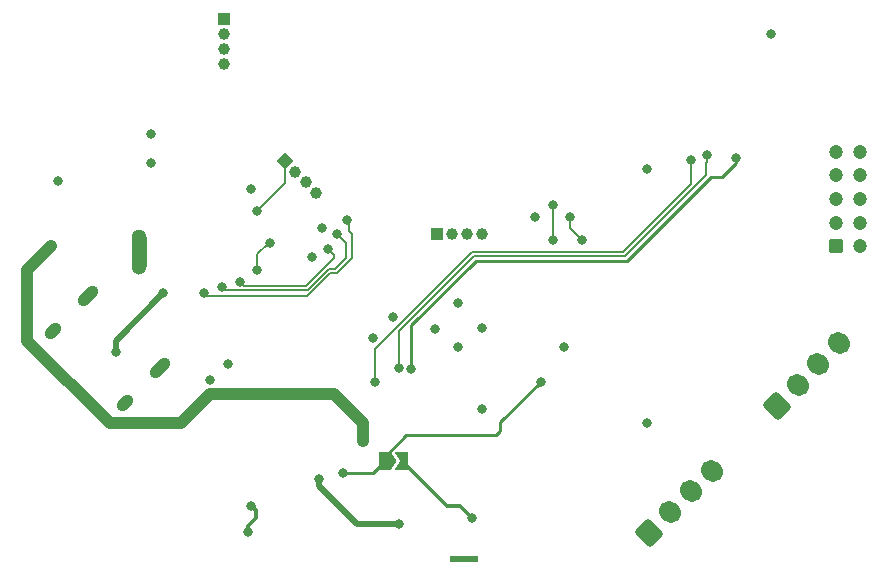
<source format=gbr>
%TF.GenerationSoftware,KiCad,Pcbnew,9.0.3*%
%TF.CreationDate,2025-10-08T18:16:25-04:00*%
%TF.ProjectId,flight_stick,666c6967-6874-45f7-9374-69636b2e6b69,5*%
%TF.SameCoordinates,Original*%
%TF.FileFunction,Copper,L4,Bot*%
%TF.FilePolarity,Positive*%
%FSLAX46Y46*%
G04 Gerber Fmt 4.6, Leading zero omitted, Abs format (unit mm)*
G04 Created by KiCad (PCBNEW 9.0.3) date 2025-10-08 18:16:25*
%MOMM*%
%LPD*%
G01*
G04 APERTURE LIST*
G04 Aperture macros list*
%AMRoundRect*
0 Rectangle with rounded corners*
0 $1 Rounding radius*
0 $2 $3 $4 $5 $6 $7 $8 $9 X,Y pos of 4 corners*
0 Add a 4 corners polygon primitive as box body*
4,1,4,$2,$3,$4,$5,$6,$7,$8,$9,$2,$3,0*
0 Add four circle primitives for the rounded corners*
1,1,$1+$1,$2,$3*
1,1,$1+$1,$4,$5*
1,1,$1+$1,$6,$7*
1,1,$1+$1,$8,$9*
0 Add four rect primitives between the rounded corners*
20,1,$1+$1,$2,$3,$4,$5,0*
20,1,$1+$1,$4,$5,$6,$7,0*
20,1,$1+$1,$6,$7,$8,$9,0*
20,1,$1+$1,$8,$9,$2,$3,0*%
%AMHorizOval*
0 Thick line with rounded ends*
0 $1 width*
0 $2 $3 position (X,Y) of the first rounded end (center of the circle)*
0 $4 $5 position (X,Y) of the second rounded end (center of the circle)*
0 Add line between two ends*
20,1,$1,$2,$3,$4,$5,0*
0 Add two circle primitives to create the rounded ends*
1,1,$1,$2,$3*
1,1,$1,$4,$5*%
%AMRotRect*
0 Rectangle, with rotation*
0 The origin of the aperture is its center*
0 $1 length*
0 $2 width*
0 $3 Rotation angle, in degrees counterclockwise*
0 Add horizontal line*
21,1,$1,$2,0,0,$3*%
%AMFreePoly0*
4,1,6,1.000000,0.000000,0.500000,-0.750000,-0.500000,-0.750000,-0.500000,0.750000,0.500000,0.750000,1.000000,0.000000,1.000000,0.000000,$1*%
%AMFreePoly1*
4,1,6,0.500000,-0.750000,-0.650000,-0.750000,-0.150000,0.000000,-0.650000,0.750000,0.500000,0.750000,0.500000,-0.750000,0.500000,-0.750000,$1*%
G04 Aperture macros list end*
%TA.AperFunction,EtchedComponent*%
%ADD10C,0.000000*%
%TD*%
%TA.AperFunction,HeatsinkPad*%
%ADD11C,0.500000*%
%TD*%
%TA.AperFunction,HeatsinkPad*%
%ADD12R,2.400000X0.500000*%
%TD*%
%TA.AperFunction,SMDPad,CuDef*%
%ADD13FreePoly0,0.000000*%
%TD*%
%TA.AperFunction,SMDPad,CuDef*%
%ADD14FreePoly1,0.000000*%
%TD*%
%TA.AperFunction,ComponentPad*%
%ADD15RotRect,1.000000X1.000000X45.000000*%
%TD*%
%TA.AperFunction,ComponentPad*%
%ADD16C,1.000000*%
%TD*%
%TA.AperFunction,ComponentPad*%
%ADD17RoundRect,0.250000X0.088388X-0.936916X0.936916X-0.088388X-0.088388X0.936916X-0.936916X0.088388X0*%
%TD*%
%TA.AperFunction,ComponentPad*%
%ADD18HorizOval,1.700000X-0.088388X0.088388X0.088388X-0.088388X0*%
%TD*%
%TA.AperFunction,HeatsinkPad*%
%ADD19HorizOval,1.000000X-0.388909X-0.388909X0.388909X0.388909X0*%
%TD*%
%TA.AperFunction,HeatsinkPad*%
%ADD20HorizOval,1.000000X-0.212132X-0.212132X0.212132X0.212132X0*%
%TD*%
%TA.AperFunction,ComponentPad*%
%ADD21C,1.300000*%
%TD*%
%TA.AperFunction,ComponentPad*%
%ADD22RoundRect,0.250000X0.350000X-0.350000X0.350000X0.350000X-0.350000X0.350000X-0.350000X-0.350000X0*%
%TD*%
%TA.AperFunction,ComponentPad*%
%ADD23C,1.200000*%
%TD*%
%TA.AperFunction,ComponentPad*%
%ADD24R,1.000000X1.000000*%
%TD*%
%TA.AperFunction,ViaPad*%
%ADD25C,0.800000*%
%TD*%
%TA.AperFunction,Conductor*%
%ADD26C,0.300000*%
%TD*%
%TA.AperFunction,Conductor*%
%ADD27C,0.250000*%
%TD*%
%TA.AperFunction,Conductor*%
%ADD28C,0.500000*%
%TD*%
%TA.AperFunction,Conductor*%
%ADD29C,0.200000*%
%TD*%
%TA.AperFunction,Conductor*%
%ADD30C,1.000000*%
%TD*%
G04 APERTURE END LIST*
D10*
%TA.AperFunction,EtchedComponent*%
%TO.C,NT1*%
G36*
X-87252587Y41787709D02*
G01*
X-88552587Y41787709D01*
X-88552587Y44387709D01*
X-87252587Y44387709D01*
X-87252587Y41787709D01*
G37*
%TD.AperFunction*%
%TD*%
D11*
%TO.P,U8,11,PAD*%
%TO.N,GND*%
X-61371600Y17071599D03*
X-60421600Y17071599D03*
D12*
X-60421600Y17071599D03*
D11*
X-59471600Y17071599D03*
%TD*%
D13*
%TO.P,JP1,1,A*%
%TO.N,/~{RESET}*%
X-67121600Y25371600D03*
D14*
%TO.P,JP1,2,B*%
%TO.N,Net-(JP1-B)*%
X-65671600Y25371600D03*
%TD*%
D15*
%TO.P,J12,1,Pin_1*%
%TO.N,+3.3VA*%
X-75596664Y50781787D03*
D16*
%TO.P,J12,2,Pin_2*%
%TO.N,Net-(J12-Pin_2)*%
X-74698638Y49883761D03*
%TO.P,J12,3,Pin_3*%
%TO.N,Net-(J12-Pin_3)*%
X-73800613Y48985736D03*
%TO.P,J12,4,Pin_4*%
%TO.N,GNDA*%
X-72902587Y48087710D03*
%TD*%
D17*
%TO.P,J1,1,Pin_1*%
%TO.N,GND*%
X-33938121Y30052175D03*
D18*
%TO.P,J1,2,Pin_2*%
%TO.N,+12V*%
X-32170354Y31819942D03*
%TO.P,J1,3,Pin_3*%
%TO.N,/CAN_IO/CAN_L*%
X-30402587Y33587709D03*
%TO.P,J1,4,Pin_4*%
%TO.N,/CAN_IO/CAN_H*%
X-28634820Y35355476D03*
%TD*%
D19*
%TO.P,J10,S1,SHIELD*%
%TO.N,GND*%
X-92244044Y39355655D03*
D20*
X-95199750Y36399948D03*
D19*
X-86134641Y33246252D03*
D20*
X-89090348Y30290546D03*
%TD*%
D21*
%TO.P,NT1,1,1*%
%TO.N,GNDA*%
X-87902587Y44387709D03*
%TO.P,NT1,2,2*%
%TO.N,GND*%
X-87902587Y41787709D03*
%TD*%
D17*
%TO.P,J3,1,Pin_1*%
%TO.N,GND*%
X-44705888Y19284408D03*
D18*
%TO.P,J3,2,Pin_2*%
%TO.N,+12V*%
X-42938121Y21052175D03*
%TO.P,J3,3,Pin_3*%
%TO.N,/CAN_IO/CAN_L*%
X-41170354Y22819942D03*
%TO.P,J3,4,Pin_4*%
%TO.N,/CAN_IO/CAN_H*%
X-39402587Y24587709D03*
%TD*%
D22*
%TO.P,J2,1,Pin_1*%
%TO.N,/MTX_ROW1*%
X-28902587Y43587709D03*
D23*
%TO.P,J2,2,Pin_2*%
%TO.N,/MTX_COL1*%
X-26902587Y43587709D03*
%TO.P,J2,3,Pin_3*%
%TO.N,/MTX_ROW2*%
X-28902587Y45587709D03*
%TO.P,J2,4,Pin_4*%
%TO.N,/MTX_COL2*%
X-26902587Y45587709D03*
%TO.P,J2,5,Pin_5*%
%TO.N,/MTX_ROW3*%
X-28902587Y47587709D03*
%TO.P,J2,6,Pin_6*%
%TO.N,/MTX_COL3*%
X-26902587Y47587709D03*
%TO.P,J2,7,Pin_7*%
%TO.N,/MTX_ROW4*%
X-28902587Y49587709D03*
%TO.P,J2,8,Pin_8*%
%TO.N,/MTX_COL4*%
X-26902587Y49587709D03*
%TO.P,J2,9,Pin_9*%
%TO.N,/MTX_ROW5*%
X-28902587Y51587709D03*
%TO.P,J2,10,Pin_10*%
%TO.N,/MTX_COL5*%
X-26902587Y51587709D03*
%TD*%
D24*
%TO.P,J4,1,Pin_1*%
%TO.N,+3.3VA*%
X-80702587Y62787709D03*
D16*
%TO.P,J4,2,Pin_2*%
%TO.N,Net-(J4-Pin_2)*%
X-80702587Y61517709D03*
%TO.P,J4,3,Pin_3*%
%TO.N,Net-(J4-Pin_3)*%
X-80702587Y60247709D03*
%TO.P,J4,4,Pin_4*%
%TO.N,GNDA*%
X-80702587Y58977709D03*
%TD*%
D24*
%TO.P,J6,1,Pin_1*%
%TO.N,+3.3VA*%
X-62712586Y44587709D03*
D16*
%TO.P,J6,2,Pin_2*%
%TO.N,Net-(J6-Pin_2)*%
X-61442586Y44587709D03*
%TO.P,J6,3,Pin_3*%
%TO.N,Net-(J6-Pin_3)*%
X-60172586Y44587709D03*
%TO.P,J6,4,Pin_4*%
%TO.N,GNDA*%
X-58902586Y44587709D03*
%TD*%
D25*
%TO.N,/~{RESET}*%
X-78721600Y19371600D03*
%TO.N,+3.3V*%
X-58902587Y29787709D03*
X-81902587Y32237709D03*
X-51902587Y35087709D03*
X-65902587Y20087709D03*
X-72711980Y23861980D03*
X-72402587Y45087709D03*
X-54402587Y46087709D03*
X-68152587Y35837709D03*
%TO.N,GND*%
X-34402587Y61587709D03*
X-60921600Y38771600D03*
X-66402587Y37587709D03*
X-80402587Y33587709D03*
X-44902587Y28587709D03*
X-60921600Y35071600D03*
X-73297256Y42632378D03*
X-44902587Y50087709D03*
X-62821600Y36571600D03*
X-58921600Y36671600D03*
%TO.N,+5V*%
X-89902587Y34587709D03*
X-85902587Y39587709D03*
%TO.N,/ADC_DRDY*%
X-82402587Y39587709D03*
X-70302587Y45837709D03*
%TO.N,/ADC_SCK*%
X-80902587Y40087709D03*
X-71145730Y44587709D03*
%TO.N,Net-(JP1-B)*%
X-59727667Y20571600D03*
%TO.N,/~{RESET}*%
X-70621600Y24371600D03*
X-53902587Y32087709D03*
X-78402587Y21587709D03*
%TO.N,+3.3VA*%
X-86902587Y53087709D03*
X-86902587Y50587709D03*
X-77902587Y46587709D03*
%TO.N,/Power/Vin_{pwr}*%
X-95402587Y43587709D03*
X-68921600Y27071600D03*
%TO.N,/EEPROM_SCK*%
X-51402587Y46087709D03*
X-50402587Y44087709D03*
%TO.N,/EEPROM_SDA*%
X-52902587Y44087709D03*
X-52902587Y47087709D03*
%TO.N,/RGB_B*%
X-41180405Y50865527D03*
X-67902587Y32087709D03*
%TO.N,/RGB_R*%
X-65892146Y33307378D03*
X-39810127Y51337709D03*
%TO.N,/RGB_G*%
X-37402587Y51087709D03*
X-64863680Y33207377D03*
%TO.N,/ADC_MISO*%
X-71902587Y43377966D03*
X-79402587Y40587709D03*
%TO.N,/ADC_MOSI*%
X-77902587Y41587709D03*
X-76841320Y43878400D03*
%TO.N,GNDA*%
X-94821600Y49071600D03*
X-78450595Y48439701D03*
%TD*%
D26*
%TO.N,/~{RESET}*%
X-78021600Y21206722D02*
X-78402587Y21587709D01*
X-78021600Y20571600D02*
X-78021600Y21206722D01*
X-78721600Y19371600D02*
X-78721600Y19871600D01*
X-78721600Y19871600D02*
X-78021600Y20571600D01*
D27*
%TO.N,/RGB_G*%
X-38553305Y49436991D02*
X-37402587Y50587709D01*
X-39526587Y49436991D02*
X-38553305Y49436991D01*
X-37402587Y50587709D02*
X-37402587Y51087709D01*
X-59403359Y42361709D02*
X-46601869Y42361709D01*
X-64863680Y36901388D02*
X-59403359Y42361709D01*
X-46601869Y42361709D02*
X-39526587Y49436991D01*
X-64863680Y33207377D02*
X-64863680Y36901388D01*
%TO.N,/~{RESET}*%
X-68121600Y24371600D02*
X-67121600Y25371600D01*
X-70621600Y24371600D02*
X-68121600Y24371600D01*
D26*
%TO.N,Net-(JP1-B)*%
X-61871600Y21571600D02*
X-65671600Y25371600D01*
X-59727667Y20571600D02*
X-60727667Y21571600D01*
X-60727667Y21571600D02*
X-61871600Y21571600D01*
D27*
%TO.N,/~{RESET}*%
X-57721600Y27571600D02*
X-57321600Y27971600D01*
X-57721600Y27563709D02*
X-57721600Y27571600D01*
X-65276749Y27563709D02*
X-67121600Y25718858D01*
X-57721600Y27563709D02*
X-65276749Y27563709D01*
X-57321600Y28668696D02*
X-57321600Y27971600D01*
X-53902587Y32087709D02*
X-57321600Y28668696D01*
D28*
%TO.N,+3.3V*%
X-69497600Y20087709D02*
X-65902587Y20087709D01*
X-72711980Y23861980D02*
X-72711980Y23302089D01*
X-72711980Y23302089D02*
X-69497600Y20087709D01*
%TO.N,+5V*%
X-89902587Y35587709D02*
X-85902587Y39587709D01*
X-89902587Y34587709D02*
X-89902587Y35587709D01*
D29*
%TO.N,/ADC_DRDY*%
X-69902587Y44582684D02*
X-69902587Y42587709D01*
X-71712639Y41287709D02*
X-73662639Y39337709D01*
X-70302587Y45837709D02*
X-70152587Y45687709D01*
X-69902587Y42587709D02*
X-71202587Y41287709D01*
X-71202587Y41287709D02*
X-71712639Y41287709D01*
X-70152587Y45687709D02*
X-70152587Y44832684D01*
X-70152587Y44832684D02*
X-69902587Y44582684D01*
X-82152587Y39337709D02*
X-82402587Y39587709D01*
X-73662639Y39337709D02*
X-82152587Y39337709D01*
%TO.N,/ADC_SCK*%
X-70402587Y43844566D02*
X-70402587Y42587709D01*
X-71857613Y41637709D02*
X-73657613Y39837709D01*
X-71352587Y41637709D02*
X-71857613Y41637709D01*
X-80652587Y39837709D02*
X-80902587Y40087709D01*
X-73657613Y39837709D02*
X-80652587Y39837709D01*
X-70402587Y42587709D02*
X-71352587Y41637709D01*
X-71145730Y44587709D02*
X-70402587Y43844566D01*
%TO.N,+3.3VA*%
X-75596664Y48893632D02*
X-77902587Y46587709D01*
X-75596664Y50781787D02*
X-75596664Y48893632D01*
D30*
%TO.N,/Power/Vin_{pwr}*%
X-71402587Y31087709D02*
X-81902587Y31087709D01*
X-84402587Y28587709D02*
X-90402587Y28587709D01*
X-81902587Y31087709D02*
X-84402587Y28587709D01*
X-97402587Y41587709D02*
X-95402587Y43587709D01*
X-90402587Y28587709D02*
X-97402587Y35587709D01*
X-68921600Y28606722D02*
X-71402587Y31087709D01*
X-97402587Y35587709D02*
X-97402587Y41587709D01*
X-68921600Y27071600D02*
X-68921600Y28606722D01*
D29*
%TO.N,/EEPROM_SCK*%
X-51402587Y45087709D02*
X-51402587Y46087709D01*
X-50402587Y44087709D02*
X-51402587Y45087709D01*
%TO.N,/EEPROM_SDA*%
X-52902587Y44087709D02*
X-52902587Y47087709D01*
%TO.N,/RGB_B*%
X-67902587Y34890613D02*
X-67902587Y32087709D01*
X-41180405Y48812795D02*
X-46905491Y43087709D01*
X-59705491Y43087709D02*
X-67902587Y34890613D01*
X-46905491Y43087709D02*
X-59705491Y43087709D01*
X-41180405Y50865527D02*
X-41180405Y48812795D01*
%TO.N,/RGB_R*%
X-39902587Y49592735D02*
X-46757613Y42737709D01*
X-59559103Y42737709D02*
X-65892146Y36404666D01*
X-39810127Y50700274D02*
X-39902587Y50607814D01*
X-39810127Y51337709D02*
X-39810127Y50700274D01*
X-65892146Y36404666D02*
X-65892146Y33307378D01*
X-46757613Y42737709D02*
X-59559103Y42737709D01*
X-39902587Y50607814D02*
X-39902587Y49592735D01*
%TO.N,/ADC_MISO*%
X-71902587Y43377966D02*
X-71402587Y42877966D01*
X-73803001Y40188709D02*
X-79003587Y40188709D01*
X-79003587Y40188709D02*
X-79402587Y40587709D01*
X-72001587Y41988709D02*
X-72003002Y41988709D01*
X-71402587Y42877966D02*
X-71402587Y42587709D01*
X-71402587Y42587709D02*
X-72001587Y41988709D01*
X-72003002Y41988709D02*
X-73803001Y40188709D01*
%TO.N,/ADC_MOSI*%
X-76921048Y43878400D02*
X-77902587Y42896861D01*
X-77902587Y42896861D02*
X-77902587Y41587709D01*
X-76841320Y43878400D02*
X-76921048Y43878400D01*
%TD*%
M02*

</source>
